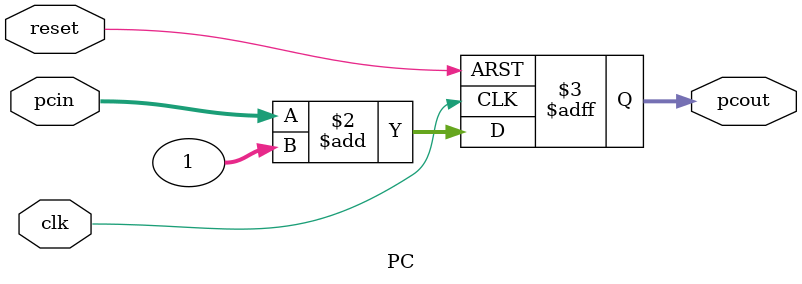
<source format=v>
module PC(
    input[31:0]pcin,
    input clk,
    input reset,
    output reg[31:0] pcout
);

// proceso para actualizar el PC en cada flanco de subida del reloj
always @(posedge clk or posedge reset) begin
    if (reset) begin
        // Si hay un reset reiniciar el PC 
        pcout <= 32'b0; 
    end else begin
        // Incrementar el PC en cada flanco de subida del reloj
        pcout <= pcin + 1;
    end
end

endmodule
</source>
